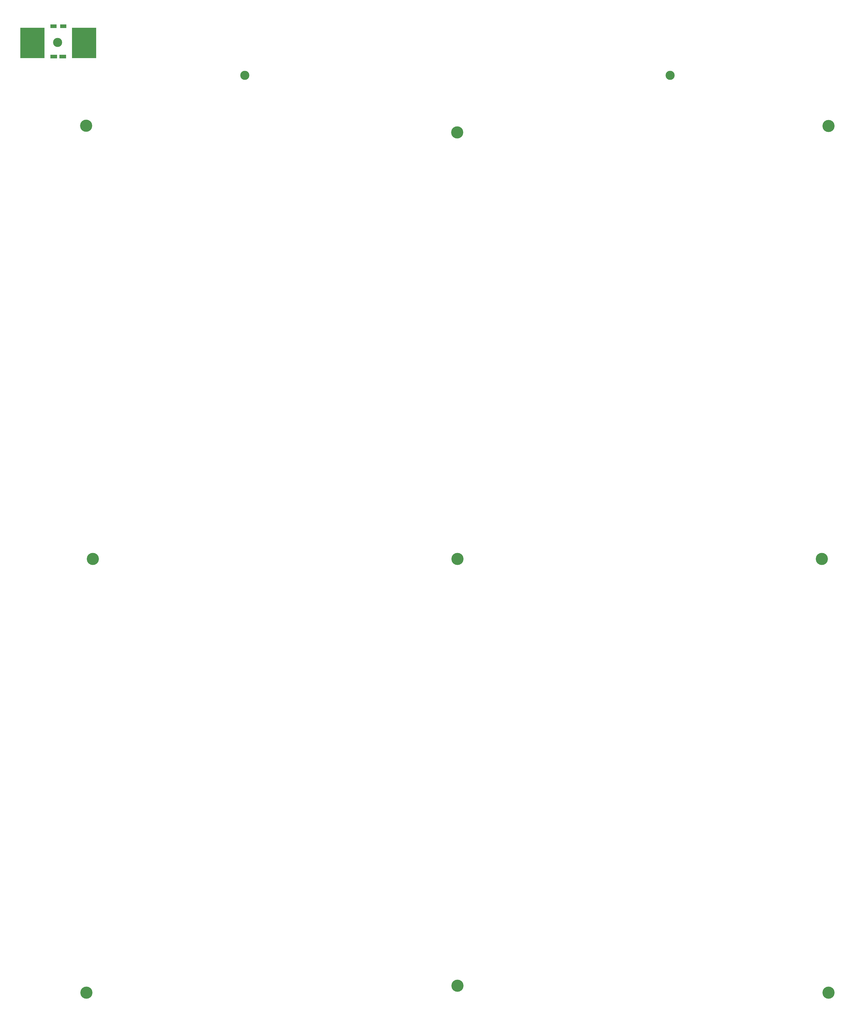
<source format=gbr>
%TF.GenerationSoftware,KiCad,Pcbnew,(6.0.8)*%
%TF.CreationDate,2022-12-24T13:11:47+05:00*%
%TF.ProjectId,Heatbed-MK52,48656174-6265-4642-9d4d-4b35322e6b69,rev?*%
%TF.SameCoordinates,Original*%
%TF.FileFunction,Soldermask,Top*%
%TF.FilePolarity,Negative*%
%FSLAX46Y46*%
G04 Gerber Fmt 4.6, Leading zero omitted, Abs format (unit mm)*
G04 Created by KiCad (PCBNEW (6.0.8)) date 2022-12-24 13:11:47*
%MOMM*%
%LPD*%
G01*
G04 APERTURE LIST*
%ADD10R,2.198880X1.198880*%
%ADD11R,8.000000X10.000000*%
%ADD12R,2.000000X1.300000*%
%ADD13C,3.000000*%
%ADD14C,4.000000*%
G04 APERTURE END LIST*
D10*
%TO.C,D1*%
X23400980Y422525000D03*
X26399020Y422525000D03*
%TD*%
D11*
%TO.C,VCC*%
X33450000Y427025000D03*
%TD*%
%TO.C,GND*%
X16450000Y427025000D03*
%TD*%
D12*
%TO.C,R1*%
X26550000Y432525000D03*
X23350000Y432525000D03*
%TD*%
D13*
%TO.C,*%
X86350000Y416350000D03*
%TD*%
%TO.C,*%
X226350000Y416350000D03*
%TD*%
D14*
%TO.C,*%
X278500000Y114300000D03*
%TD*%
%TO.C,*%
X156350000Y116550000D03*
%TD*%
%TO.C,*%
X34200000Y114300000D03*
%TD*%
%TO.C,*%
X156350000Y257075000D03*
%TD*%
%TO.C,*%
X34075000Y399725000D03*
%TD*%
%TO.C,*%
X36350000Y257075000D03*
%TD*%
%TO.C,*%
X278575000Y399700000D03*
%TD*%
D13*
%TO.C,*%
X24725000Y427175000D03*
%TD*%
D14*
%TO.C,*%
X156325000Y397575000D03*
%TD*%
%TO.C,*%
X276375000Y257075000D03*
%TD*%
M02*

</source>
